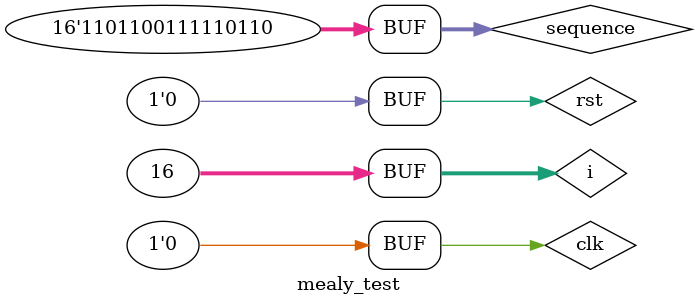
<source format=v>
module mealy(
	input clk, rst, inp,
	output outp);
	reg [2:0] state;
	reg outp;
	
	always @(posedge clk, posedge rst) begin
		if(rst) begin
			state<=3'b000;
			outp<=0;
		end
		else begin
			 case(state)
				3'b000: begin
						if (inp) begin
							state<=3'b001;
							outp<=0;
						end
						else begin
							state<=3'b000;
							outp<=0;
						end end
				3'b001: begin
						if (~inp) begin
							state<=3'b010;
							outp<=0;
						end
						else begin
							state<=3'b001;
							outp<=0;
						end end
				3'b010: begin
						if (inp) begin
							state<=3'b011;
							outp<=0;
						end
						else begin
							state<=3'b000;
							outp<=0;
						end end
				3'b011: begin
						if (inp) begin
							state<=3'b100;
							outp<=0;
						end
						else begin
							state<=3'b010;
							outp<=0;
						end end
				3'b100: begin
						if (inp) begin
							state<=3'b001;
							outp<=0;
						end
						else begin
							state<=3'b010;
							outp<=1;
						end end
				default: begin
							state<=3'b000;
							outp<=0;
						 end
			endcase	
		end
	end
endmodule

module mealy_test;
reg clk, rst, inp;
wire outp;
reg[15:0] sequence;
integer i;
mealy duty( clk, rst, inp, outp);
initial
begin
clk = 0;
rst = 1;
sequence = 20'b00101_10110_01111_10110;
#5 rst = 0;
for( i = 0; i <= 15; i = i + 1)
begin
inp = sequence[i];
#2 clk = 1;
#2 clk = 0;
$display("State = ", duty.state, " Input = ", inp, ", Output = ",
outp);
end
testing;
end
task testing;
for( i = 0; i <= 15; i = i + 1)
begin
inp = $random % 2;
#2 clk = 1;
#2 clk = 0;
$display("State = ", duty.state, " Input = ", inp, ", Output =", outp);
end
endtask
endmodule
</source>
